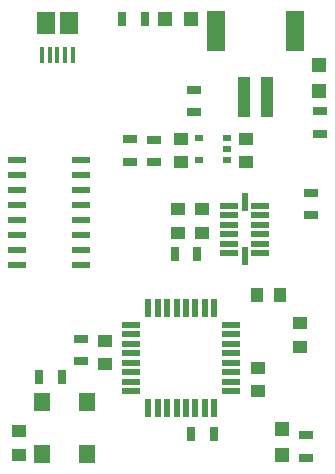
<source format=gbr>
G04 #@! TF.GenerationSoftware,KiCad,Pcbnew,5.0.0-fee4fd1~66~ubuntu16.04.1*
G04 #@! TF.CreationDate,2019-03-22T18:21:00-04:00*
G04 #@! TF.ProjectId,circuit,636972637569742E6B696361645F7063,rev?*
G04 #@! TF.SameCoordinates,Original*
G04 #@! TF.FileFunction,Paste,Top*
G04 #@! TF.FilePolarity,Positive*
%FSLAX46Y46*%
G04 Gerber Fmt 4.6, Leading zero omitted, Abs format (unit mm)*
G04 Created by KiCad (PCBNEW 5.0.0-fee4fd1~66~ubuntu16.04.1) date Fri Mar 22 18:21:00 2019*
%MOMM*%
%LPD*%
G01*
G04 APERTURE LIST*
%ADD10R,1.500000X0.600000*%
%ADD11R,0.550000X1.545000*%
%ADD12R,1.545000X0.550000*%
%ADD13R,1.250000X1.000000*%
%ADD14R,1.000000X1.250000*%
%ADD15R,1.200000X1.200000*%
%ADD16R,1.000000X3.500000*%
%ADD17R,1.500000X3.400000*%
%ADD18R,1.300000X0.700000*%
%ADD19R,0.700000X1.300000*%
%ADD20R,1.400000X1.500000*%
%ADD21R,1.600000X0.550000*%
%ADD22R,0.550000X1.600000*%
%ADD23R,0.800000X0.550000*%
%ADD24R,1.500000X1.900000*%
%ADD25R,0.400000X1.350000*%
G04 APERTURE END LIST*
D10*
G04 #@! TO.C,U6*
X191320000Y-87665000D03*
X191320000Y-88935000D03*
X191320000Y-90205000D03*
X191320000Y-91475000D03*
X191320000Y-92745000D03*
X191320000Y-94015000D03*
X191320000Y-95285000D03*
X191320000Y-96555000D03*
X185920000Y-96555000D03*
X185920000Y-95285000D03*
X185920000Y-94015000D03*
X185920000Y-92745000D03*
X185920000Y-91475000D03*
X185920000Y-90205000D03*
X185920000Y-88935000D03*
X185920000Y-87665000D03*
G04 #@! TD*
D11*
G04 #@! TO.C,U3*
X205210000Y-95847500D03*
X205210000Y-91252500D03*
D12*
X206507500Y-93950000D03*
X206507500Y-93150000D03*
X203912500Y-93950000D03*
X203912500Y-93150000D03*
X206507500Y-94750000D03*
X206507500Y-95550000D03*
X206507500Y-92350000D03*
X206507500Y-91550000D03*
X203912500Y-92350000D03*
X203912500Y-94750000D03*
X203912500Y-91550000D03*
X203912500Y-95550000D03*
G04 #@! TD*
D13*
G04 #@! TO.C,C1*
X186070000Y-112640000D03*
X186070000Y-110640000D03*
G04 #@! TD*
G04 #@! TO.C,C4*
X209857220Y-101508700D03*
X209857220Y-103508700D03*
G04 #@! TD*
D14*
G04 #@! TO.C,C5*
X206235940Y-99100020D03*
X208235940Y-99100020D03*
G04 #@! TD*
D13*
G04 #@! TO.C,C6*
X193370000Y-104970000D03*
X193370000Y-102970000D03*
G04 #@! TD*
G04 #@! TO.C,C7*
X206329160Y-107262060D03*
X206329160Y-105262060D03*
G04 #@! TD*
D15*
G04 #@! TO.C,D1*
X200660000Y-75750000D03*
X198460000Y-75750000D03*
G04 #@! TD*
G04 #@! TO.C,D2*
X208373580Y-110446720D03*
X208373580Y-112646720D03*
G04 #@! TD*
G04 #@! TO.C,D3*
X211528660Y-79651500D03*
X211528660Y-81851500D03*
G04 #@! TD*
D16*
G04 #@! TO.C,J1*
X207116680Y-82344260D03*
X205116680Y-82344260D03*
D17*
X209466680Y-76794260D03*
X202766680Y-76794260D03*
G04 #@! TD*
D18*
G04 #@! TO.C,R1*
X210380180Y-110998040D03*
X210380180Y-112898040D03*
G04 #@! TD*
D19*
G04 #@! TO.C,R2*
X194860000Y-75780000D03*
X196760000Y-75780000D03*
G04 #@! TD*
D18*
G04 #@! TO.C,R3*
X211576920Y-83550720D03*
X211576920Y-85450720D03*
G04 #@! TD*
G04 #@! TO.C,R4*
X200930000Y-83630000D03*
X200930000Y-81730000D03*
G04 #@! TD*
D19*
G04 #@! TO.C,R5*
X189725380Y-106011980D03*
X187825380Y-106011980D03*
G04 #@! TD*
G04 #@! TO.C,R6*
X202597940Y-110878000D03*
X200697940Y-110878000D03*
G04 #@! TD*
D18*
G04 #@! TO.C,R7*
X191360000Y-102830000D03*
X191360000Y-104730000D03*
G04 #@! TD*
D20*
G04 #@! TO.C,U1*
X191843820Y-108157920D03*
X188043820Y-108157920D03*
X191843820Y-112557920D03*
X188043820Y-112557920D03*
G04 #@! TD*
D21*
G04 #@! TO.C,U4*
X204086920Y-107246720D03*
X204086920Y-106446720D03*
X204086920Y-105646720D03*
X204086920Y-104846720D03*
X204086920Y-104046720D03*
X204086920Y-103246720D03*
X204086920Y-102446720D03*
X204086920Y-101646720D03*
D22*
X202636920Y-100196720D03*
X201836920Y-100196720D03*
X201036920Y-100196720D03*
X200236920Y-100196720D03*
X199436920Y-100196720D03*
X198636920Y-100196720D03*
X197836920Y-100196720D03*
X197036920Y-100196720D03*
D21*
X195586920Y-101646720D03*
X195586920Y-102446720D03*
X195586920Y-103246720D03*
X195586920Y-104046720D03*
X195586920Y-104846720D03*
X195586920Y-105646720D03*
X195586920Y-106446720D03*
X195586920Y-107246720D03*
D22*
X197036920Y-108696720D03*
X197836920Y-108696720D03*
X198636920Y-108696720D03*
X199436920Y-108696720D03*
X200236920Y-108696720D03*
X201036920Y-108696720D03*
X201836920Y-108696720D03*
X202636920Y-108696720D03*
G04 #@! TD*
D13*
G04 #@! TO.C,C2*
X205360000Y-85870000D03*
X205360000Y-87870000D03*
G04 #@! TD*
G04 #@! TO.C,C3*
X199800000Y-87890000D03*
X199800000Y-85890000D03*
G04 #@! TD*
D18*
G04 #@! TO.C,R8*
X195490000Y-87830000D03*
X195490000Y-85930000D03*
G04 #@! TD*
D19*
G04 #@! TO.C,R9*
X199280000Y-95630000D03*
X201180000Y-95630000D03*
G04 #@! TD*
D18*
G04 #@! TO.C,R10*
X197570000Y-87850000D03*
X197570000Y-85950000D03*
G04 #@! TD*
G04 #@! TO.C,R11*
X210810000Y-92350000D03*
X210810000Y-90450000D03*
G04 #@! TD*
D23*
G04 #@! TO.C,U2*
X201350000Y-87710000D03*
X201350000Y-85810000D03*
X203750000Y-85810000D03*
X203750000Y-86760000D03*
X203750000Y-87710000D03*
G04 #@! TD*
D24*
G04 #@! TO.C,U5*
X190350000Y-76080000D03*
D25*
X189350000Y-78780000D03*
X188700000Y-78780000D03*
X188050000Y-78780000D03*
X190650000Y-78780000D03*
X190000000Y-78780000D03*
D24*
X188350000Y-76080000D03*
G04 #@! TD*
D13*
G04 #@! TO.C,C8*
X199550000Y-93830000D03*
X199550000Y-91830000D03*
G04 #@! TD*
G04 #@! TO.C,C9*
X201580000Y-91830000D03*
X201580000Y-93830000D03*
G04 #@! TD*
M02*

</source>
